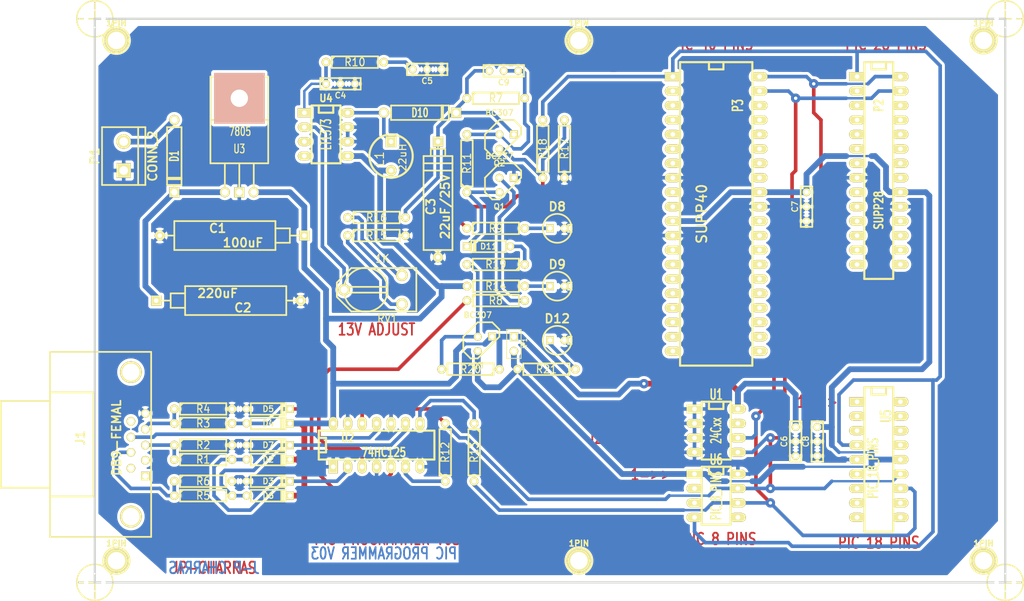
<source format=kicad_pcb>
(kicad_pcb (version 20221018) (generator pcbnew)
  (title_block (title "SERIAL PIC PROGRAMMER"))
  (layers (0 "F.Cu" signal "Composant") (31 "B.Cu" signal "Cuivre") (34 "B.Paste" user) (35 "F.Paste" user) (36 "B.SilkS" user) (37 "F.SilkS" user) (38 "B.Mask" user) (39 "F.Mask" user) (44 "Edge.Cuts" user))
  (net 0 "")
  (net 1 "/CTS")
  (net 2 "/DTR")
  (net 3 "/PC-CLOCK-OUT")
  (net 4 "/TXD")
  (net 5 "/pic_sockets.sch/CLOCK-RB6")
  (net 6 "/pic_sockets.sch/DATA-RB7")
  (net 7 "/pic_sockets.sch/VCC_PIC")
  (net 8 "/pic_sockets.sch/VPP-MCLR")
  (net 9 "GND")
  (net 10 "Net-(C2-Pad1)")
  (net 11 "Net-(C4-Pad1)")
  (net 12 "Net-(C5-Pad1)")
  (net 13 "Net-(C9-Pad2)")
  (net 14 "Net-(D1-Pad1)")
  (net 15 "Net-(D10-Pad1)")
  (net 16 "Net-(D11-Pad1)")
  (net 17 "Net-(D11-Pad2)")
  (net 18 "Net-(D12-Pad1)")
  (net 19 "Net-(D2-Pad1)")
  (net 20 "Net-(D4-Pad1)")
  (net 21 "Net-(D6-Pad1)")
  (net 22 "Net-(D8-Pad1)")
  (net 23 "Net-(D9-Pad1)")
  (net 24 "Net-(Q1-Pad2)")
  (net 25 "Net-(Q2-Pad3)")
  (net 26 "Net-(Q3-Pad2)")
  (net 27 "Net-(R12-Pad1)")
  (net 28 "Net-(R13-Pad1)")
  (net 29 "Net-(R15-Pad1)")
  (net 30 "Net-(R16-Pad1)")
  (net 31 "Net-(R8-Pad1)")
  (net 32 "Net-(RV1-Pad2)")
  (net 33 "VCC")
  (net 34 "VPP")
  (footprint "DB9FC" (layer "F.Cu") (at 81.28 115.57 90)
    (fp_text reference "J1")
    (fp_text value "DB9-FEMAL")
  )
  (footprint "R4" (layer "F.Cu") (at 92.71 118.11)
    (fp_text reference "R1")
    (fp_text value "10K" hide)
  )
  (footprint "R4" (layer "F.Cu") (at 92.71 115.57)
    (fp_text reference "R2")
    (fp_text value "10K" hide)
  )
  (footprint "D3" (layer "F.Cu") (at 104.14 118.11)
    (fp_text reference "D2")
    (fp_text value "BAT43" hide)
  )
  (footprint "D3" (layer "F.Cu") (at 104.14 121.92)
    (fp_text reference "D3")
    (fp_text value "BAT43" hide)
  )
  (footprint "R4" (layer "F.Cu") (at 92.71 111.76)
    (fp_text reference "R3")
    (fp_text value "10K" hide)
  )
  (footprint "R4" (layer "F.Cu") (at 92.71 109.22)
    (fp_text reference "R4")
    (fp_text value "10K" hide)
  )
  (footprint "D3" (layer "F.Cu") (at 104.14 111.76)
    (fp_text reference "D4")
    (fp_text value "BAT43" hide)
  )
  (footprint "D3" (layer "F.Cu") (at 104.14 109.22)
    (fp_text reference "D5")
    (fp_text value "BAT43" hide)
  )
  (footprint "R4" (layer "F.Cu") (at 92.71 124.46)
    (fp_text reference "R5")
    (fp_text value "10K" hide)
  )
  (footprint "R4" (layer "F.Cu") (at 92.71 121.92)
    (fp_text reference "R6")
    (fp_text value "10K" hide)
  )
  (footprint "D3" (layer "F.Cu") (at 104.14 124.46)
    (fp_text reference "D6")
    (fp_text value "BAT43" hide)
  )
  (footprint "D3" (layer "F.Cu") (at 104.14 115.57)
    (fp_text reference "D7")
    (fp_text value "BAT43" hide)
  )
  (footprint "14DIP-ELL300" (layer "F.Cu") (at 123.19 115.57)
    (fp_text reference "U2")
    (fp_text value "74HC125")
  )
  (footprint "R4" (layer "F.Cu") (at 135.255 116.84 90)
    (fp_text reference "R12")
    (fp_text value "470" hide)
  )
  (footprint "R4" (layer "F.Cu") (at 140.335 116.84 -90)
    (fp_text reference "R13")
    (fp_text value "470" hide)
  )
  (footprint "R4" (layer "F.Cu") (at 144.145 90.17)
    (fp_text reference "R8")
    (fp_text value "1K" hide)
  )
  (footprint "TO92" (layer "F.Cu") (at 146.05 69.85)
    (fp_text reference "Q1")
    (fp_text value "BC237")
  )
  (footprint "R4" (layer "F.Cu") (at 139.065 66.04 90)
    (fp_text reference "R11")
    (fp_text value "22K" hide)
  )
  (footprint "R4" (layer "F.Cu") (at 144.145 54.61)
    (fp_text reference "R7")
    (fp_text value "10K" hide)
  )
  (footprint "TO92" (layer "F.Cu") (at 146.05 62.23)
    (fp_text reference "Q2")
    (fp_text value "BC307")
  )
  (footprint "R4" (layer "F.Cu") (at 144.145 77.47)
    (fp_text reference "R9")
    (fp_text value "2.2K" hide)
  )
  (footprint "LEDV" (layer "F.Cu") (at 154.94 77.47)
    (fp_text reference "D8")
    (fp_text value "RED-LED" hide)
  )
  (footprint "bornier2" (layer "F.Cu") (at 78.74 64.77 90)
    (fp_text reference "P1")
    (fp_text value "CONN_2")
  )
  (footprint "D5" (layer "F.Cu") (at 87.63 64.77 -90)
    (fp_text reference "D1")
    (fp_text value "1N4004" hide)
  )
  (footprint "CP10" (layer "F.Cu") (at 97.155 90.17)
    (fp_text reference "C2")
    (fp_text value "220uF")
  )
  (footprint "LM78XX" (layer "F.Cu") (at 99.06 71.12 90)
    (fp_text reference "U3")
    (fp_text value "7805")
  )
  (footprint "CP10" (layer "F.Cu") (at 97.79 78.74 180)
    (fp_text reference "C1")
    (fp_text value "100uF")
  )
  (footprint "R4" (layer "F.Cu") (at 144.145 87.63)
    (fp_text reference "R14")
    (fp_text value "470" hide)
  )
  (footprint "LEDV" (layer "F.Cu") (at 154.94 87.63)
    (fp_text reference "D9")
    (fp_text value "GREEN-LED" hide)
  )
  (footprint "R4" (layer "F.Cu") (at 156.21 63.5 -90)
    (fp_text reference "R17")
    (fp_text value "22K" hide)
  )
  (footprint "INDUCTOR_V" (layer "F.Cu") (at 125.73 64.77 -90)
    (fp_text reference "L1")
    (fp_text value "22uH")
  )
  (footprint "CP8" (layer "F.Cu") (at 133.985 72.39 -90)
    (fp_text reference "C3")
    (fp_text value "22uF/25V")
  )
  (footprint "C1-1" (layer "F.Cu") (at 132.08 49.53)
    (fp_text reference "C5")
    (fp_text value "10nF" hide)
  )
  (footprint "R4" (layer "F.Cu") (at 123.19 78.74)
    (fp_text reference "R15")
    (fp_text value "6.2K" hide)
  )
  (footprint "R4" (layer "F.Cu") (at 123.19 75.565)
    (fp_text reference "R16")
    (fp_text value "62K" hide)
  )
  (footprint "8DIP-ELL300" (layer "F.Cu") (at 114.3 60.96 -90)
    (fp_text reference "U4")
    (fp_text value "LT1373")
  )
  (footprint "C1-1" (layer "F.Cu") (at 116.84 52.07)
    (fp_text reference "C4")
    (fp_text value "0" hide)
  )
  (footprint "R4" (layer "F.Cu") (at 119.38 48.26)
    (fp_text reference "R10")
    (fp_text value "5,1K" hide)
  )
  (footprint "D5" (layer "F.Cu") (at 130.81 57.15)
    (fp_text reference "D10")
    (fp_text value "SCHOTTKY" hide)
  )
  (footprint "8DIP-ELL300" (layer "F.Cu") (at 182.88 124.46 -90)
    (fp_text reference "U6")
    (fp_text value "PIC_8_PINS")
  )
  (footprint "18DIP-ELL300" (layer "F.Cu") (at 211.455 118.11 -90)
    (fp_text reference "U5")
    (fp_text value "PIC_18_PINS")
  )
  (footprint "8DIP-ELL300" (layer "F.Cu") (at 182.88 113.03 -90)
    (fp_text reference "U1")
    (fp_text value "24Cxx")
  )
  (footprint "40DIP-ELL600" (layer "F.Cu") (at 182.88 74.93 -90)
    (fp_text reference "P3")
    (fp_text value "SUPP40")
  )
  (footprint "1pin" (layer "F.Cu") (at 229.87 44.45)
    (fp_text reference "1PIN")
    (fp_text value "P***" hide)
  )
  (footprint "1pin" (layer "F.Cu") (at 229.87 135.89)
    (fp_text reference "1PIN")
    (fp_text value "P***" hide)
  )
  (footprint "1pin" (layer "F.Cu") (at 77.47 44.45)
    (fp_text reference "1PIN")
    (fp_text value "P***" hide)
  )
  (footprint "1pin" (layer "F.Cu") (at 77.47 135.89)
    (fp_text reference "1PIN")
    (fp_text value "P***" hide)
  )
  (footprint "1pin" (layer "F.Cu") (at 158.75 135.89)
    (fp_text reference "1PIN")
    (fp_text value "P***" hide)
  )
  (footprint "1pin" (layer "F.Cu") (at 158.75 44.45)
    (fp_text reference "1PIN")
    (fp_text value "P***" hide)
  )
  (footprint "C1-1" (layer "F.Cu") (at 196.85 114.935 -90)
    (fp_text reference "C6")
    (fp_text value "100nF" hide)
  )
  (footprint "C1-1" (layer "F.Cu") (at 198.755 73.66 -90)
    (fp_text reference "C7")
    (fp_text value "100nF" hide)
  )
  (footprint "MIRE" (layer "F.Cu") (at 233.68 40.64)
    (fp_text reference "MIRE" hide)
    (fp_text value "*" hide)
  )
  (footprint "MIRE" (layer "F.Cu") (at 73.66 40.64)
    (fp_text reference "MIRE" hide)
    (fp_text value "*" hide)
  )
  (footprint "MIRE" (layer "F.Cu") (at 73.66 139.7)
    (fp_text reference "MIRE" hide)
    (fp_text value "*" hide)
  )
  (footprint "MIRE" (layer "F.Cu") (at 233.68 139.7)
    (fp_text reference "MIRE" hide)
    (fp_text value "*" hide)
  )
  (footprint "R4" (layer "F.Cu") (at 152.4 63.5 90)
    (fp_text reference "R18")
    (fp_text value "220" hide)
  )
  (footprint "28DIP-ELL300" (layer "F.Cu") (at 211.455 67.31 -90)
    (fp_text reference "P2")
    (fp_text value "SUPP28")
  )
  (footprint "RV2X4" (layer "F.Cu") (at 122.555 88.265 180)
    (fp_text reference "RV1")
    (fp_text value "1K")
  )
  (footprint "TO92" (layer "F.Cu") (at 142.24 97.79)
    (fp_text reference "Q3")
    (fp_text value "BC307")
  )
  (footprint "R4" (layer "F.Cu") (at 144.145 83.82 180)
    (fp_text reference "R19")
    (fp_text value "2.2K" hide)
  )
  (footprint "R4" (layer "F.Cu") (at 139.7 102.235 180)
    (fp_text reference "R20")
    (fp_text value "2.2K" hide)
  )
  (footprint "R4" (layer "F.Cu") (at 153.035 102.235 180)
    (fp_text reference "R21")
    (fp_text value "470" hide)
  )
  (footprint "LEDV" (layer "F.Cu") (at 154.94 97.155)
    (fp_text reference "D12")
    (fp_text value "YELLOW-LED" hide)
  )
  (footprint "D3" (layer "F.Cu") (at 142.875 80.645 180)
    (fp_text reference "D11")
    (fp_text value "BAT43" hide)
  )
  (footprint "PIN_ARRAY_2X1" (layer "F.Cu") (at 147.32 97.79 -90)
    (fp_text reference "JP1")
    (fp_text value "JUMPER" hide)
  )
  (footprint "C1-1" (layer "F.Cu") (at 200.66 114.935 -90)
    (fp_text reference "C8")
    (fp_text value "100nF" hide)
  )
  (footprint "C1-1" (layer "F.Cu") (at 145.542 49.784)
    (fp_text reference "C9")
    (fp_text value "22OnF" hide)
  )
  (gr_line (start 73.66 40.64) (end 173.99 40.64) (stroke (width 0.381)) (layer "Edge.Cuts"))
  (gr_line (start 233.68 40.64) (end 233.68 139.7) (stroke (width 0.381)) (layer "Edge.Cuts"))
  (gr_line (start 73.66 139.7) (end 73.66 40.64) (stroke (width 0.381)) (layer "Edge.Cuts"))
  (gr_line (start 233.68 139.7) (end 73.66 139.7) (stroke (width 0.381)) (layer "Edge.Cuts"))
  (gr_line (start 173.99 40.64) (end 233.68 40.64) (stroke (width 0.381)) (layer "Edge.Cuts"))
  (gr_text "PIC 18 PINS" (at 211.455 132.715) (layer "F.Cu") (effects (font (size 2.032 1.524) (thickness 0.3048))))
  (gr_text "VPP ON" (at 163.195 80.645) (layer "F.Cu") (effects (font (size 2.032 1.524) (thickness 0.3048))))
  (gr_text "1=>>" (at 167.64 48.895) (layer "F.Cu") (effects (font (size 2.032 1.524) (thickness 0.3048))))
  (gr_text "PIC 28 PINS" (at 212.725 45.085) (layer "F.Cu") (effects (font (size 2.032 1.524) (thickness 0.3048))))
  (gr_text "1=>>" (at 200.66 107.95) (layer "F.Cu") (effects (font (size 2.032 1.524) (thickness 0.3048))))
  (gr_text "1=>>" (at 171.45 109.22) (layer "F.Cu") (effects (font (size 2.032 1.524) (thickness 0.3048))))
  (gr_text "VCC ON" (at 163.83 98.425) (layer "F.Cu") (effects (font (size 2.032 1.524) (thickness 0.3048))))
  (gr_text "PIC 40 PINS" (at 182.245 45.085) (layer "F.Cu") (effects (font (size 2.032 1.524) (thickness 0.3048))))
  (gr_text "PIC PROGRAMMER V03" (at 125.095 132.08) (layer "F.Cu") (effects (font (size 2.032 1.524) (thickness 0.3048))))
  (gr_text "JP-CHARRAS" (at 94.615 137.16) (layer "F.Cu") (effects (font (size 2.032 1.524) (thickness 0.3048))))
  (gr_text "1=>>" (at 171.45 120.65) (layer "F.Cu") (effects (font (size 2.032 1.524) (thickness 0.3048))))
  (gr_text "+8/12V" (at 80.01 57.15) (layer "F.Cu") (effects (font (size 2.032 1.524) (thickness 0.3048))))
  (gr_text "PIC 8 PINS" (at 183.515 132.08) (layer "F.Cu") (effects (font (size 2.032 1.524) (thickness 0.3048))))
  (gr_text "13V ADJUST" (at 123.19 95.25) (layer "F.Cu") (effects (font (size 2.032 1.524) (thickness 0.3048))))
  (gr_text "1=>>" (at 201.295 48.895) (layer "F.Cu") (effects (font (size 2.032 1.524) (thickness 0.3048))))
  (gr_text "PWR ON" (at 163.83 88.9) (layer "F.Cu") (effects (font (size 2.032 1.524) (thickness 0.3048))))
  (gr_text "I2C PROM" (at 166.37 114.3) (layer "F.Cu") (effects (font (size 2.032 1.524) (thickness 0.3048))))
  (gr_text "J-P CHARRAS" (at 94.615 137.16) (layer "B.Cu") (effects (font (size 2.032 1.524) (thickness 0.3048)) (justify mirror)))
  (gr_text "PIC PROGRAMMER V03" (at 124.46 134.62) (layer "B.Cu") (effects (font (size 2.032 1.524) (thickness 0.3048)) (justify mirror)))
  (segment (start 121.92 114.3) (end 123.19 113.03) (width 0.635) (layer "B.Cu") (net 1))
  (segment (start 83.947 114.173) (end 84.455 113.665) (width 0.635) (layer "B.Cu") (net 1))
  (segment (start 112.395 113.665) (end 113.03 114.3) (width 0.635) (layer "B.Cu") (net 1))
  (segment (start 84.455 113.665) (end 112.395 113.665) (width 0.635) (layer "B.Cu") (net 1))
  (segment (start 123.19 113.03) (end 123.19 111.76) (width 0.635) (layer "B.Cu") (net 1))
  (segment (start 80.01 114.173) (end 83.947 114.173) (width 0.635) (layer "B.Cu") (net 1))
  (segment (start 113.03 114.3) (end 121.92 114.3) (width 0.635) (layer "B.Cu") (net 1))
  (segment (start 82.55 112.776) (end 82.55 112.395) (width 0.635) (layer "B.Cu") (net 2))
  (segment (start 82.55 112.395) (end 83.185 111.76) (width 0.635) (layer "B.Cu") (net 2))
  (segment (start 83.185 111.76) (end 87.63 111.76) (width 0.635) (layer "B.Cu") (net 2))
  (segment (start 87.63 111.76) (end 87.63 109.22) (width 0.635) (layer "B.Cu") (net 2))
  (segment (start 85.09 123.19) (end 86.36 124.46) (width 0.635) (layer "B.Cu") (net 3))
  (segment (start 80.01 116.84) (end 78.105 116.84) (width 0.635) (layer "B.Cu") (net 3))
  (segment (start 87.63 124.46) (end 87.63 121.92) (width 0.635) (layer "B.Cu") (net 3))
  (segment (start 86.36 124.46) (end 87.63 124.46) (width 0.635) (layer "B.Cu") (net 3))
  (segment (start 78.105 116.84) (end 77.47 117.475) (width 0.635) (layer "B.Cu") (net 3))
  (segment (start 77.47 120.65) (end 80.01 123.19) (width 0.635) (layer "B.Cu") (net 3))
  (segment (start 77.47 117.475) (end 77.47 120.65) (width 0.635) (layer "B.Cu") (net 3))
  (segment (start 80.01 123.19) (end 85.09 123.19) (width 0.635) (layer "B.Cu") (net 3))
  (segment (start 87.63 115.57) (end 82.55 115.57) (width 0.635) (layer "B.Cu") (net 4))
  (segment (start 87.63 118.11) (end 87.63 115.57) (width 0.635) (layer "B.Cu") (net 4))
  (segment (start 196.85 67.31) (end 196.85 54.61) (width 0.635) (layer "F.Cu") (net 5))
  (segment (start 189.865 123.19) (end 192.405 125.73) (width 0.635) (layer "F.Cu") (net 5))
  (segment (start 196.215 72.39) (end 196.215 67.945) (width 0.635) (layer "F.Cu") (net 5))
  (segment (start 196.215 67.945) (end 196.85 67.31) (width 0.635) (layer "F.Cu") (net 5))
  (segment (start 193.04 75.565) (end 196.215 72.39) (width 0.635) (layer "F.Cu") (net 5))
  (segment (start 189.865 110.49) (end 189.865 123.19) (width 0.635) (layer "F.Cu") (net 5))
  (segment (start 193.04 107.315) (end 189.865 110.49) (width 0.635) (layer "F.Cu") (net 5))
  (segment (start 193.04 107.315) (end 193.04 75.565) (width 0.635) (layer "F.Cu") (net 5))
  (via (at 189.865 110.49) (size 1.651) (drill 0.6) (layers "F.Cu" "B.Cu") (net 5))
  (via (at 192.405 125.73) (size 1.651) (drill 0.6) (layers "F.Cu" "B.Cu") (net 5))
  (via (at 196.85 54.61) (size 1.651) (drill 0.6) (layers "F.Cu" "B.Cu") (net 5))
  (segment (start 182.245 125.73) (end 186.69 125.73) (width 0.635) (layer "B.Cu") (net 5))
  (segment (start 216.535 131.445) (end 217.805 130.175) (width 0.635) (layer "B.Cu") (net 5))
  (segment (start 196.85 54.61) (end 205.74 54.61) (width 0.635) (layer "B.Cu") (net 5))
  (segment (start 182.245 125.73) (end 180.975 127) (width 0.635) (layer "B.Cu") (net 5))
  (segment (start 195.58 53.34) (end 196.85 54.61) (width 0.635) (layer "B.Cu") (net 5))
  (segment (start 190.5 53.34) (end 195.58 53.34) (width 0.635) (layer "B.Cu") (net 5))
  (segment (start 211.455 53.34) (end 215.265 53.34) (width 0.635) (layer "B.Cu") (net 5))
  (segment (start 189.23 114.3) (end 186.69 114.3) (width 0.635) (layer "B.Cu") (net 5))
  (segment (start 211.455 53.34) (end 210.185 54.61) (width 0.635) (layer "B.Cu") (net 5))
  (segment (start 205.74 54.61) (end 208.915 54.61) (width 0.4318) (layer "B.Cu") (net 5))
  (segment (start 177.165 127) (end 180.975 127) (width 0.4318) (layer "B.Cu") (net 5))
  (segment (start 217.17 123.19) (end 215.265 123.19) (width 0.635) (layer "B.Cu") (net 5))
  (segment (start 210.185 54.61) (end 208.915 54.61) (width 0.635) (layer "B.Cu") (net 5))
  (segment (start 217.805 130.175) (end 217.805 123.825) (width 0.635) (layer "B.Cu") (net 5))
  (segment (start 198.12 131.445) (end 216.535 131.445) (width 0.635) (layer "B.Cu") (net 5))
  (segment (start 140.335 121.92) (end 140.335 122.555) (width 0.635) (layer "B.Cu") (net 5))
  (segment (start 189.865 110.49) (end 189.865 113.665) (width 0.635) (layer "B.Cu") (net 5))
  (segment (start 186.69 125.73) (end 192.405 125.73) (width 0.635) (layer "B.Cu") (net 5))
  (segment (start 217.805 123.825) (end 217.17 123.19) (width 0.635) (layer "B.Cu") (net 5))
  (segment (start 189.865 113.665) (end 189.23 114.3) (width 0.635) (layer "B.Cu") (net 5))
  (segment (start 144.78 127) (end 177.165 127) (width 0.635) (layer "B.Cu") (net 5))
  (segment (start 140.335 122.555) (end 144.78 127) (width 0.635) (layer "B.Cu") (net 5))
  (segment (start 192.405 125.73) (end 198.12 131.445) (width 0.635) (layer "B.Cu") (net 5))
  (segment (start 121.285 109.22) (end 132.715 109.22) (width 0.635) (layer "F.Cu") (net 6))
  (segment (start 194.945 91.44) (end 194.945 113.665) (width 0.635) (layer "F.Cu") (net 6))
  (segment (start 200.025 57.15) (end 200.025 52.07) (width 0.635) (layer "F.Cu") (net 6))
  (segment (start 201.295 58.42) (end 201.295 85.09) (width 0.635) (layer "F.Cu") (net 6))
  (segment (start 200.025 57.15) (end 201.295 58.42) (width 0.635) (layer "F.Cu") (net 6))
  (segment (start 120.65 109.855) (end 121.285 109.22) (width 0.635) (layer "F.Cu") (net 6))
  (segment (start 132.715 109.22) (end 135.255 111.76) (width 0.635) (layer "F.Cu") (net 6))
  (segment (start 194.31 114.3) (end 192.405 114.3) (width 0.635) (layer "F.Cu") (net 6))
  (segment (start 201.295 85.09) (end 194.945 91.44) (width 0.635) (layer "F.Cu") (net 6))
  (segment (start 120.65 111.76) (end 120.65 109.855) (width 0.635) (layer "F.Cu") (net 6))
  (segment (start 194.945 113.665) (end 194.31 114.3) (width 0.635) (layer "F.Cu") (net 6))
  (segment (start 192.405 114.3) (end 192.405 123.19) (width 0.635) (layer "F.Cu") (net 6))
  (via (at 200.025 52.07) (size 1.651) (drill 0.6) (layers "F.Cu" "B.Cu") (net 6))
  (via (at 192.405 114.3) (size 1.651) (drill 0.6) (layers "F.Cu" "B.Cu") (net 6))
  (via (at 192.405 123.19) (size 1.651) (drill 0.6) (layers "F.Cu" "B.Cu") (net 6))
  (segment (start 139.065 114.3) (end 149.86 125.095) (width 0.635) (layer "B.Cu") (net 6))
  (segment (start 173.99 125.095) (end 174.625 124.46) (width 0.635) (layer "B.Cu") (net 6))
  (segment (start 201.93 123.19) (end 203.2 121.92) (width 0.635) (layer "B.Cu") (net 6))
  (segment (start 189.23 116.84) (end 186.69 116.84) (width 0.635) (layer "B.Cu") (net 6))
  (segment (start 174.625 124.46) (end 181.61 124.46) (width 0.4318) (layer "B.Cu") (net 6))
  (segment (start 186.69 123.19) (end 192.405 123.19) (width 0.635) (layer "B.Cu") (net 6))
  (segment (start 190.5 50.8) (end 198.755 50.8) (width 0.635) (layer "B.Cu") (net 6))
  (segment (start 137.795 114.3) (end 139.065 114.3) (width 0.635) (layer "B.Cu") (net 6))
  (segment (start 192.405 114.3) (end 191.77 114.3) (width 0.635) (layer "B.Cu") (net 6))
  (segment (start 200.025 52.07) (end 205.74 52.07) (width 0.635) (layer "B.Cu") (net 6))
  (segment (start 209.55 52.07) (end 210.82 50.8) (width 0.635) (layer "B.Cu") (net 6))
  (segment (start 198.755 50.8) (end 200.025 52.07) (width 0.635) (layer "B.Cu") (net 6))
  (segment (start 213.995 121.92) (end 215.265 120.65) (width 0.4) (layer "B.Cu") (net 6))
  (segment (start 205.74 52.07) (end 209.55 52.07) (width 0.4318) (layer "B.Cu") (net 6))
  (segment (start 215.265 50.8) (end 210.82 50.8) (width 0.635) (layer "B.Cu") (net 6))
  (segment (start 135.255 111.76) (end 137.795 114.3) (width 0.635) (layer "B.Cu") (net 6))
  (segment (start 192.405 123.19) (end 201.93 123.19) (width 0.635) (layer "B.Cu") (net 6))
  (segment (start 182.88 123.19) (end 186.69 123.19) (width 0.635) (layer "B.Cu") (net 6))
  (segment (start 181.61 124.46) (end 182.88 123.19) (width 0.635) (layer "B.Cu") (net 6))
  (segment (start 203.2 121.92) (end 213.995 121.92) (width 0.4) (layer "B.Cu") (net 6))
  (segment (start 149.86 125.095) (end 173.99 125.095) (width 0.635) (layer "B.Cu") (net 6))
  (segment (start 191.77 114.3) (end 189.23 116.84) (width 0.635) (layer "B.Cu") (net 6))
  (segment (start 184.7 121.92) (end 189.23 121.92) (width 0.4) (layer "B.Cu") (net 7))
  (segment (start 204.47 116.84) (end 210.185 116.84) (width 0.4) (layer "B.Cu") (net 7))
  (segment (start 220.345 100.965) (end 220.345 71.755) (width 1.016) (layer "B.Cu") (net 7))
  (segment (start 205.74 64.77) (end 210.185 64.77) (width 0.4) (layer "B.Cu") (net 7))
  (segment (start 210.82 64.77) (end 212.725 66.675) (width 1.016) (layer "B.Cu") (net 7))
  (segment (start 140.97 104.14) (end 142.24 105.41) (width 1.016) (layer "B.Cu") (net 7))
  (segment (start 142.24 105.41) (end 144.78 105.41) (width 1.016) (layer "B.Cu") (net 7))
  (segment (start 144.78 105.41) (end 147.955 102.235) (width 1.016) (layer "B.Cu") (net 7))
  (segment (start 147.32 99.06) (end 147.32 101.6) (width 1.016) (layer "B.Cu") (net 7))
  (segment (start 140.97 99.06) (end 140.97 104.14) (width 1.016) (layer "B.Cu") (net 7))
  (segment (start 190.5 121.92) (end 193.04 119.38) (width 1.016) (layer "B.Cu") (net 7))
  (segment (start 203.2 115.57) (end 204.47 116.84) (width 0.635) (layer "B.Cu") (net 7))
  (segment (start 147.32 101.6) (end 147.955 102.235) (width 1.016) (layer "B.Cu") (net 7))
  (segment (start 182.245 121.92) (end 184.7 121.92) (width 1) (layer "B.Cu") (net 7))
  (segment (start 212.725 66.675) (end 212.725 70.485) (width 1.016) (layer "B.Cu") (net 7))
  (segment (start 166.37 120.65) (end 147.955 102.235) (width 1.016) (layer "B.Cu") (net 7))
  (segment (start 203.2 112.395) (end 203.2 115.57) (width 1.016) (layer "B.Cu") (net 7))
  (segment (start 212.725 70.485) (end 213.36 71.12) (width 1.016) (layer "B.Cu") (net 7))
  (segment (start 190.5 71.12) (end 198.755 71.12) (width 1.016) (layer "B.Cu") (net 7))
  (segment (start 220.345 71.755) (end 219.71 71.12) (width 1.016) (layer "B.Cu") (net 7))
  (segment (start 175.26 76.2) (end 180.34 76.2) (width 1.016) (layer "B.Cu") (net 7))
  (segment (start 198.12 119.38) (end 210.185 119.38) (width 0.4) (layer "B.Cu") (net 7))
  (segment (start 210.185 118.11) (end 210.185 116.84) (width 1.016) (layer "B.Cu") (net 7))
  (segment (start 180.975 120.65) (end 182.245 121.92) (width 1.016) (layer "B.Cu") (net 7))
  (segment (start 213.36 71.12) (end 215.265 71.12) (width 1.016) (layer "B.Cu") (net 7))
  (segment (start 198.755 67.945) (end 201.93 64.77) (width 1.016) (layer "B.Cu") (net 7))
  (segment (start 180.34 76.2) (end 185.42 71.12) (width 1.016) (layer "B.Cu") (net 7))
  (segment (start 201.93 64.77) (end 205.74 64.77) (width 1.016) (layer "B.Cu") (net 7))
  (segment (start 210.185 64.77) (end 210.82 64.77) (width 1.016) (layer "B.Cu") (net 7))
  (segment (start 219.71 71.12) (end 215.265 71.12) (width 1.016) (layer "B.Cu") (net 7))
  (segment (start 200.66 112.395) (end 203.2 112.395) (width 1.016) (layer "B.Cu") (net 7))
  (segment (start 210.185 118.11) (end 215.265 118.11) (width 1.016) (layer "B.Cu") (net 7))
  (segment (start 203.2 105.41) (end 203.2 112.395) (width 1.016) (layer "B.Cu") (net 7))
  (segment (start 198.755 71.12) (end 198.755 67.945) (width 1.016) (layer "B.Cu") (net 7))
  (segment (start 185.42 71.12) (end 190.5 71.12) (width 1.016) (layer "B.Cu") (net 7))
  (segment (start 219.075 102.235) (end 220.345 100.965) (width 1.016) (layer "B.Cu") (net 7))
  (segment (start 203.2 105.41) (end 206.375 102.235) (width 1.016) (layer "B.Cu") (net 7))
  (segment (start 179.07 120.65) (end 166.37 120.65) (width 1.016) (layer "B.Cu") (net 7))
  (segment (start 206.375 102.235) (end 219.075 102.235) (width 1.016) (layer "B.Cu") (net 7))
  (segment (start 189.23 121.92) (end 190.5 121.92) (width 1.016) (layer "B.Cu") (net 7))
  (segment (start 210.185 119.38) (end 210.185 118.11) (width 1.016) (layer "B.Cu") (net 7))
  (segment (start 193.04 119.38) (end 198.12 119.38) (width 1.016) (layer "B.Cu") (net 7))
  (segment (start 179.07 120.65) (end 180.975 120.65) (width 1.016) (layer "B.Cu") (net 7))
  (segment (start 204.47 114.935) (end 204.47 106.68) (width 0.635) (layer "B.Cu") (net 8))
  (segment (start 156.845 50.8) (end 152.4 55.245) (width 0.635) (layer "B.Cu") (net 8))
  (segment (start 221.615 104.14) (end 220.98 104.14) (width 0.635) (layer "B.Cu") (net 8))
  (segment (start 205.105 115.57) (end 204.47 114.935) (width 0.635) (layer "B.Cu") (net 8))
  (segment (start 156.845 50.8) (end 175.26 50.8) (width 0.635) (layer "B.Cu") (net 8))
  (segment (start 207.645 115.57) (end 205.105 115.57) (width 0.635) (layer "B.Cu") (net 8))
  (segment (start 207.645 46.355) (end 176.53 46.355) (width 0.635) (layer "B.Cu") (net 8))
  (segment (start 220.98 130.81) (end 220.98 104.14) (width 0.635) (layer "B.Cu") (net 8))
  (segment (start 221.615 104.14) (end 222.25 103.505) (width 0.635) (layer "B.Cu") (net 8))
  (segment (start 196.215 133.35) (end 218.44 133.35) (width 0.635) (layer "B.Cu") (net 8))
  (segment (start 152.4 55.245) (end 152.4 58.42) (width 0.635) (layer "B.Cu") (net 8))
  (segment (start 207.01 104.14) (end 220.98 104.14) (width 0.635) (layer "B.Cu") (net 8))
  (segment (start 204.47 106.68) (end 207.01 104.14) (width 0.635) (layer "B.Cu") (net 8))
  (segment (start 222.25 48.895) (end 219.71 46.355) (width 0.635) (layer "B.Cu") (net 8))
  (segment (start 207.645 50.8) (end 207.645 46.355) (width 0.635) (layer "B.Cu") (net 8))
  (segment (start 222.25 48.895) (end 222.25 103.505) (width 0.635) (layer "B.Cu") (net 8))
  (segment (start 218.44 133.35) (end 220.98 130.81) (width 0.635) (layer "B.Cu") (net 8))
  (segment (start 219.71 46.355) (end 207.645 46.355) (width 0.635) (layer "B.Cu") (net 8))
  (segment (start 179.07 130.81) (end 179.07 128.27) (width 0.635) (layer "B.Cu") (net 8))
  (segment (start 195.58 132.715) (end 180.975 132.715) (width 0.635) (layer "B.Cu") (net 8))
  (segment (start 175.26 47.625) (end 176.53 46.355) (width 0.635) (layer "B.Cu") (net 8))
  (segment (start 179.07 130.81) (end 180.975 132.715) (width 0.635) (layer "B.Cu") (net 8))
  (segment (start 195.58 132.715) (end 196.215 133.35) (width 0.635) (layer "B.Cu") (net 8))
  (segment (start 175.26 50.8) (end 175.26 47.625) (width 0.635) (layer "B.Cu") (net 8))
  (segment (start 87.63 71.12) (end 96.52 71.12) (width 1.016) (layer "B.Cu") (net 10))
  (segment (start 82.55 76.2) (end 87.63 71.12) (width 1.016) (layer "B.Cu") (net 10))
  (segment (start 82.55 87.63) (end 82.55 76.2) (width 1.016) (layer "B.Cu") (net 10))
  (segment (start 84.455 90.17) (end 84.455 89.535) (width 1.016) (layer "B.Cu") (net 10))
  (segment (start 84.455 89.535) (end 82.55 87.63) (width 1.016) (layer "B.Cu") (net 10))
  (segment (start 110.49 53.34) (end 111.76 52.07) (width 0.4318) (layer "B.Cu") (net 11))
  (segment (start 111.76 52.07) (end 114.3 52.07) (width 0.4318) (layer "B.Cu") (net 11))
  (segment (start 110.49 57.15) (end 110.49 53.34) (width 0.4318) (layer "B.Cu") (net 11))
  (segment (start 114.3 48.26) (end 114.3 52.07) (width 0.635) (layer "B.Cu") (net 11))
  (segment (start 128.27 48.26) (end 129.54 49.53) (width 0.635) (layer "B.Cu") (net 12))
  (segment (start 124.46 48.26) (end 128.27 48.26) (width 0.635) (layer "B.Cu") (net 12))
  (segment (start 144.78 60.96) (end 139.065 60.96) (width 0.635) (layer "B.Cu") (net 13))
  (segment (start 149.86 59.69) (end 149.86 62.23) (width 0.635) (layer "B.Cu") (net 13))
  (segment (start 148.844 49.784) (end 149.225 50.165) (width 0.635) (layer "B.Cu") (net 13))
  (segment (start 149.86 62.23) (end 148.59 63.5) (width 0.635) (layer "B.Cu") (net 13))
  (segment (start 144.78 60.96) (end 147.32 63.5) (width 0.4318) (layer "B.Cu") (net 13))
  (segment (start 148.59 63.5) (end 147.32 63.5) (width 0.635) (layer "B.Cu") (net 13))
  (segment (start 149.225 54.61) (end 149.225 59.055) (width 0.635) (layer "B.Cu") (net 13))
  (segment (start 149.225 50.165) (end 149.225 54.61) (width 0.635) (layer "B.Cu") (net 13))
  (segment (start 148.082 49.784) (end 148.844 49.784) (width 0.635) (layer "B.Cu") (net 13))
  (segment (start 145.542 49.784) (end 148.082 49.784) (width 0.635) (layer "B.Cu") (net 13))
  (segment (start 149.225 59.055) (end 149.86 59.69) (width 0.635) (layer "B.Cu") (net 13))
  (segment (start 83.82 62.23) (end 87.63 58.42) (width 1.016) (layer "B.Cu") (net 14))
  (segment (start 78.74 62.23) (end 83.82 62.23) (width 1.016) (layer "B.Cu") (net 14))
  (segment (start 118.11 57.15) (end 124.46 57.15) (width 0.635) (layer "B.Cu") (net 15))
  (segment (start 124.46 60.96) (end 125.73 62.23) (width 0.635) (layer "B.Cu") (net 15))
  (segment (start 124.46 57.15) (end 124.46 60.96) (width 0.635) (layer "B.Cu") (net 15))
  (segment (start 148.59 80.645) (end 149.225 81.28) (width 0.635) (layer "B.Cu") (net 16))
  (segment (start 146.685 80.645) (end 148.59 80.645) (width 0.635) (layer "B.Cu") (net 16))
  (segment (start 149.225 81.28) (end 149.225 83.82) (width 0.635) (layer "B.Cu") (net 16))
  (segment (start 141.605 78.105) (end 139.065 80.645) (width 0.635) (layer "B.Cu") (net 17))
  (segment (start 141.605 73.66) (end 141.605 78.105) (width 0.635) (layer "B.Cu") (net 17))
  (segment (start 139.065 71.12) (end 141.605 73.66) (width 0.635) (layer "B.Cu") (net 17))
  (segment (start 144.78 71.12) (end 139.065 71.12) (width 0.635) (layer "B.Cu") (net 17))
  (segment (start 153.67 97.79) (end 158.115 102.235) (width 0.635) (layer "B.Cu") (net 18))
  (segment (start 153.67 97.155) (end 153.67 97.79) (width 0.635) (layer "B.Cu") (net 18))
  (segment (start 97.155 127) (end 100.965 127) (width 0.635) (layer "B.Cu") (net 19))
  (segment (start 106.045 121.92) (end 107.95 121.92) (width 0.635) (layer "B.Cu") (net 19))
  (segment (start 94.615 119.38) (end 94.615 124.46) (width 0.635) (layer "B.Cu") (net 19))
  (segment (start 100.33 118.11) (end 97.79 118.11) (width 0.635) (layer "B.Cu") (net 19))
  (segment (start 97.79 118.11) (end 95.885 118.11) (width 0.635) (layer "B.Cu") (net 19))
  (segment (start 94.615 124.46) (end 97.155 127) (width 0.635) (layer "B.Cu") (net 19))
  (segment (start 118.11 120.015) (end 118.11 119.38) (width 0.635) (layer "B.Cu") (net 19))
  (segment (start 116.205 121.92) (end 118.11 120.015) (width 0.635) (layer "B.Cu") (net 19))
  (segment (start 107.95 121.92) (end 116.205 121.92) (width 0.635) (layer "B.Cu") (net 19))
  (segment (start 95.885 118.11) (end 94.615 119.38) (width 0.635) (layer "B.Cu") (net 19))
  (segment (start 100.965 127) (end 106.045 121.92) (width 0.635) (layer "B.Cu") (net 19))
  (segment (start 107.95 109.22) (end 111.125 109.22) (width 0.635) (layer "F.Cu") (net 20))
  (segment (start 125.73 120.65) (end 125.73 119.38) (width 0.635) (layer "F.Cu") (net 20))
  (segment (start 111.125 109.22) (end 111.76 109.855) (width 0.635) (layer "F.Cu") (net 20))
  (segment (start 115.57 123.19) (end 123.19 123.19) (width 0.635) (layer "F.Cu") (net 20))
  (segment (start 111.76 109.855) (end 111.76 119.38) (width 0.635) (layer "F.Cu") (net 20))
  (segment (start 123.19 123.19) (end 125.73 120.65) (width 0.635) (layer "F.Cu") (net 20))
  (segment (start 111.76 119.38) (end 115.57 123.19) (width 0.635) (layer "F.Cu") (net 20))
  (segment (start 100.33 111.76) (end 104.267 111.76) (width 0.635) (layer "B.Cu") (net 20))
  (segment (start 106.807 109.22) (end 104.267 111.76) (width 0.635) (layer "B.Cu") (net 20))
  (segment (start 107.95 109.22) (end 106.807 109.22) (width 0.635) (layer "B.Cu") (net 20))
  (segment (start 100.33 111.76) (end 97.79 111.76) (width 0.635) (layer "B.Cu") (net 20))
  (segment (start 95.885 120.65) (end 95.885 122.555) (width 0.635) (layer "B.Cu") (net 21))
  (segment (start 107.95 115.57) (end 125.73 115.57) (width 0.635) (layer "B.Cu") (net 21))
  (segment (start 128.27 111.76) (end 128.27 113.03) (width 0.635) (layer "B.Cu") (net 21))
  (segment (start 101.6 120.015) (end 106.045 115.57) (width 0.635) (layer "B.Cu") (net 21))
  (segment (start 96.52 120.015) (end 101.6 120.015) (width 0.635) (layer "B.Cu") (net 21))
  (segment (start 106.045 115.57) (end 107.95 115.57) (width 0.635) (layer "B.Cu") (net 21))
  (segment (start 100.33 124.46) (end 97.79 124.46) (width 0.635) (layer "B.Cu") (net 21))
  (segment (start 96.52 120.015) (end 95.885 120.65) (width 0.635) (layer "B.Cu") (net 21))
  (segment (start 128.27 113.03) (end 125.73 115.57) (width 0.635) (layer "B.Cu") (net 21))
  (segment (start 95.885 122.555) (end 97.79 124.46) (width 0.635) (layer "B.Cu") (net 21))
  (segment (start 153.67 77.47) (end 149.225 77.47) (width 0.635) (layer "B.Cu") (net 22))
  (segment (start 153.67 87.63) (end 149.225 87.63) (width 0.635) (layer "B.Cu") (net 23))
  (segment (start 147.32 71.12) (end 147.32 73.025) (width 0.635) (layer "B.Cu") (net 24))
  (segment (start 149.225 90.17) (end 146.685 90.17) (width 0.635) (layer "B.Cu") (net 24))
  (segment (start 147.32 73.025) (end 144.78 75.565) (width 0.635) (layer "B.Cu") (net 24))
  (segment (start 146.685 90.17) (end 144.78 88.265) (width 0.635) (layer "B.Cu") (net 24))
  (segment (start 144.78 68.58) (end 147.32 71.12) (width 0.635) (layer "B.Cu") (net 24))
  (segment (start 144.78 75.565) (end 144.78 88.265) (width 0.635) (layer "B.Cu") (net 24))
  (segment (start 137.795 74.93) (end 139.065 73.66) (width 0.635) (layer "F.Cu") (net 25))
  (segment (start 152.4 68.58) (end 152.4 69.85) (width 0.635) (layer "F.Cu") (net 25))
  (segment (start 150.495 71.755) (end 152.4 69.85) (width 0.635) (layer "F.Cu") (net 25))
  (segment (start 137.795 74.93) (end 137.795 76.2) (width 0.635) (layer "F.Cu") (net 25))
  (segment (start 139.065 73.66) (end 146.05 73.66) (width 0.635) (layer "F.Cu") (net 25))
  (segment (start 147.955 71.755) (end 150.495 71.755) (width 0.635) (layer "F.Cu") (net 25))
  (segment (start 137.795 76.2) (end 139.065 77.47) (width 0.635) (layer "F.Cu") (net 25))
  (segment (start 146.05 73.66) (end 147.955 71.755) (width 0.635) (layer "F.Cu") (net 25))
  (segment (start 156.21 61.595) (end 152.4 65.405) (width 0.635) (layer "B.Cu") (net 25))
  (segment (start 147.32 65.405) (end 149.225 65.405) (width 0.635) (layer "B.Cu") (net 25))
  (segment (start 149.225 65.405) (end 152.4 68.58) (width 0.635) (layer "B.Cu") (net 25))
  (segment (start 144.78 63.5) (end 145.415 63.5) (width 0.635) (layer "B.Cu") (net 25))
  (segment (start 156.21 58.42) (end 156.21 61.595) (width 0.635) (layer "B.Cu") (net 25))
  (segment (start 152.4 65.405) (end 152.4 68.58) (width 0.635) (layer "B.Cu") (net 25))
  (segment (start 145.415 63.5) (end 147.32 65.405) (width 0.635) (layer "B.Cu") (net 25))
  (segment (start 134.62 97.155) (end 134.62 102.235) (width 0.635) (layer "B.Cu") (net 26))
  (segment (start 140.97 85.09) (end 140.97 96.52) (width 0.635) (layer "B.Cu") (net 26))
  (segment (start 140.97 85.09) (end 139.7 83.82) (width 0.635) (layer "B.Cu") (net 26))
  (segment (start 139.7 83.82) (end 139.065 83.82) (width 0.635) (layer "B.Cu") (net 26))
  (segment (start 140.97 96.52) (end 135.255 96.52) (width 0.635) (layer "B.Cu") (net 26))
  (segment (start 135.255 96.52) (end 134.62 97.155) (width 0.635) (layer "B.Cu") (net 26))
  (segment (start 129.54 121.92) (end 135.255 121.92) (width 0.635) (layer "B.Cu") (net 27))
  (segment (start 128.27 119.38) (end 128.27 120.65) (width 0.635) (layer "B.Cu") (net 27))
  (segment (start 128.27 120.65) (end 129.54 121.92) (width 0.635) (layer "B.Cu") (net 27))
  (segment (start 138.4046 107.7468) (end 140.335 109.6772) (width 0.635) (layer "B.Cu") (net 28))
  (segment (start 132.6896 107.7468) (end 138.4046 107.7468) (width 0.635) (layer "B.Cu") (net 28))
  (segment (start 130.81 111.76) (end 130.81 109.6264) (width 0.635) (layer "B.Cu") (net 28))
  (segment (start 130.81 109.6264) (end 132.6896 107.7468) (width 0.635) (layer "B.Cu") (net 28))
  (segment (start 140.335 109.6772) (end 140.335 111.76) (width 0.635) (layer "B.Cu") (net 28))
  (segment (start 118.11 80.01) (end 124.46 86.36) (width 0.635) (layer "B.Cu") (net 29))
  (segment (start 125.73 90.805) (end 127.635 90.805) (width 0.635) (layer "B.Cu") (net 29))
  (segment (start 118.11 78.74) (end 118.11 80.01) (width 0.635) (layer "B.Cu") (net 29))
  (segment (start 124.46 89.535) (end 125.73 90.805) (width 0.635) (layer "B.Cu") (net 29))
  (segment (start 124.46 86.36) (end 124.46 89.535) (width 0.635) (layer "B.Cu") (net 29))
  (segment (start 120.65 79.375) (end 127 85.725) (width 0.635) (layer "B.Cu") (net 30))
  (segment (start 127 85.725) (end 127.635 85.725) (width 0.635) (layer "B.Cu") (net 30))
  (segment (start 120.015 75.565) (end 120.65 76.2) (width 0.635) (layer "B.Cu") (net 30))
  (segment (start 118.11 75.565) (end 120.015 75.565) (width 0.635) (layer "B.Cu") (net 30))
  (segment (start 120.65 76.2) (end 120.65 79.375) (width 0.635) (layer "B.Cu") (net 30))
  (segment (start 114.935 102.235) (end 113.03 104.14) (width 0.635) (layer "F.Cu") (net 31))
  (segment (start 120.015 116.205) (end 120.65 116.84) (width 0.635) (layer "F.Cu") (net 31))
  (segment (start 120.65 116.84) (end 120.65 119.38) (width 0.635) (layer "F.Cu") (net 31))
  (segment (start 127 102.235) (end 139.065 90.17) (width 0.635) (layer "F.Cu") (net 31))
  (segment (start 114.935 102.235) (end 127 102.235) (width 0.635) (layer "F.Cu") (net 31))
  (segment (start 113.03 104.14) (end 113.03 114.3) (width 0.635) (layer "F.Cu") (net 31))
  (segment (start 114.935 116.205) (end 120.015 116.205) (width 0.635) (layer "F.Cu") (net 31))
  (segment (start 113.03 114.3) (end 114.935 116.205) (width 0.635) (layer "F.Cu") (net 31))
  (segment (start 113.665 80.645) (end 117.475 84.455) (width 0.635) (layer "B.Cu") (net 32))
  (segment (start 113.665 60.96) (end 113.665 80.645) (width 0.635) (layer "B.Cu") (net 32))
  (segment (start 112.395 59.69) (end 113.665 60.96) (width 0.635) (layer "B.Cu") (net 32))
  (segment (start 117.475 84.455) (end 117.475 88.265) (width 0.635) (layer "B.Cu") (net 32))
  (segment (start 110.49 59.69) (end 112.395 59.69) (width 0.635) (layer "B.Cu") (net 32))
  (segment (start 110.49 123.825) (end 109.855 124.46) (width 1.016) (layer "F.Cu") (net 33))
  (segment (start 107.95 111.76) (end 109.855 111.76) (width 1.016) (layer "F.Cu") (net 33))
  (segment (start 110.49 116.84) (end 109.22 118.11) (width 1.016) (layer "F.Cu") (net 33))
  (segment (start 109.22 118.11) (end 107.95 118.11) (width 1.016) (layer "F.Cu") (net 33))
  (segment (start 109.855 124.46) (end 107.95 124.46) (width 1.016) (layer "F.Cu") (net 33))
  (segment (start 185.42 104.775) (end 186.69 106.045) (width 1.016) (layer "F.Cu") (net 33))
  (segment (start 109.855 111.76) (end 110.49 112.395) (width 1.016) (layer "F.Cu") (net 33))
  (segment (start 170.18 104.775) (end 185.42 104.775) (width 1.016) (layer "F.Cu") (net 33))
  (segment (start 110.49 112.395) (end 110.49 116.84) (width 1.016) (layer "F.Cu") (net 33))
  (segment (start 110.49 119.38) (end 110.49 123.825) (width 1.016) (layer "F.Cu") (net 33))
  (segment (start 186.69 106.045) (end 186.69 109.22) (width 1.016) (layer "F.Cu") (net 33))
  (segment (start 109.22 118.11) (end 110.49 119.38) (width 1.016) (layer "F.Cu") (net 33))
  (via (at 170.18 104.775) (size 1.651) (drill 0.6) (layers "F.Cu" "B.Cu") (net 33))
  (segment (start 158.75 106.68) (end 165.735 106.68) (width 1.016) (layer "B.Cu") (net 33))
  (segment (start 142.24 97.79) (end 138.43 97.79) (width 0.5) (layer "B.Cu") (net 33))
  (segment (start 114.3 97.155) (end 115.57 98.425) (width 1.016) (layer "B.Cu") (net 33))
  (segment (start 123.825 79.375) (end 123.825 67.31) (width 1.016) (layer "B.Cu") (net 33))
  (segment (start 147.32 96.52) (end 148.59 96.52) (width 1.016) (layer "B.Cu") (net 33))
  (segment (start 137.16 99.06) (end 137.16 103.505) (width 1.016) (layer "B.Cu") (net 33))
  (segment (start 110.49 78.74) (end 110.49 73.66) (width 1.016) (layer "B.Cu") (net 33))
  (segment (start 114.3 93.345) (end 130.81 93.345) (width 1.016) (layer "B.Cu") (net 33))
  (segment (start 118.11 64.77) (end 120.65 64.77) (width 1.016) (layer "B.Cu") (net 33))
  (segment (start 196.85 106.68) (end 194.945 104.775) (width 1.016) (layer "B.Cu") (net 33))
  (segment (start 139.065 87.63) (end 134.62 87.63) (width 1.016) (layer "B.Cu") (net 33))
  (segment (start 107.95 111.76) (end 115.57 111.76) (width 1.016) (layer "B.Cu") (net 33))
  (segment (start 144.78 96.52) (end 147.32 96.52) (width 1.016) (layer "B.Cu") (net 33))
  (segment (start 124.46 80.01) (end 123.825 79.375) (width 1.016) (layer "B.Cu") (net 33))
  (segment (start 187.96 104.775) (end 194.945 104.775) (width 1.016) (layer "B.Cu") (net 33))
  (segment (start 115.57 98.425) (end 115.57 104.775) (width 1.016) (layer "B.Cu") (net 33))
  (segment (start 110.49 84.455) (end 114.3 88.265) (width 1.016) (layer "B.Cu") (net 33))
  (segment (start 134.62 87.63) (end 133.985 87.63) (width 1.016) (layer "B.Cu") (net 33))
  (segment (start 114.3 88.265) (end 114.3 93.345) (width 1.016) (layer "B.Cu") (net 33))
  (segment (start 186.69 109.22) (end 186.69 106.045) (width 1.016) (layer "B.Cu") (net 33))
  (segment (start 167.64 104.775) (end 170.18 104.775) (width 1.016) (layer "B.Cu") (net 33))
  (segment (start 125.73 67.31) (end 123.825 67.31) (width 1.016) (layer "B.Cu") (net 33))
  (segment (start 165.735 106.68) (end 167.64 104.775) (width 1.016) (layer "B.Cu") (net 33))
  (segment (start 126.365 80.01) (end 124.46 80.01) (width 1.016) (layer "B.Cu") (net 33))
  (segment (start 133.985 87.63) (end 126.365 80.01) (width 1.016) (layer "B.Cu") (net 33))
  (segment (start 123.825 67.31) (end 123.19 67.31) (width 1.016) (layer "B.Cu") (net 33))
  (segment (start 134.62 89.535) (end 134.62 87.63) (width 1.016) (layer "B.Cu") (net 33))
  (segment (start 130.81 93.345) (end 134.62 89.535) (width 1.016) (layer "B.Cu") (net 33))
  (segment (start 144.78 102.235) (end 144.78 96.52) (width 1.016) (layer "B.Cu") (net 33))
  (segment (start 148.59 96.52) (end 158.75 106.68) (width 1.016) (layer "B.Cu") (net 33))
  (segment (start 196.85 112.395) (end 196.85 106.68) (width 1.016) (layer "B.Cu") (net 33))
  (segment (start 110.49 78.74) (end 110.49 84.455) (width 1.016) (layer "B.Cu") (net 33))
  (segment (start 110.49 73.66) (end 107.95 71.12) (width 1.016) (layer "B.Cu") (net 33))
  (segment (start 143.51 96.52) (end 144.78 96.52) (width 1.016) (layer "B.Cu") (net 33))
  (segment (start 137.16 103.505) (end 135.89 104.775) (width 1.016) (layer "B.Cu") (net 33))
  (segment (start 135.89 104.775) (end 115.57 104.775) (width 1.016) (layer "B.Cu") (net 33))
  (segment (start 143.51 96.52) (end 142.24 97.79) (width 1.016) (layer "B.Cu") (net 33))
  (segment (start 138.43 97.79) (end 137.16 99.06) (width 1.016) (layer "B.Cu") (net 33))
  (segment (start 115.57 111.76) (end 115.57 104.775) (width 1.016) (layer "B.Cu") (net 33))
  (segment (start 186.69 106.045) (end 187.96 104.775) (width 1.016) (layer "B.Cu") (net 33))
  (segment (start 123.19 67.31) (end 120.65 64.77) (width 1.016) (layer "B.Cu") (net 33))
  (segment (start 114.3 93.345) (end 114.3 97.155) (width 1.016) (layer "B.Cu") (net 33))
  (segment (start 101.6 71.12) (end 107.95 71.12) (width 1.016) (layer "B.Cu") (net 33))
  (segment (start 140.462 49.784) (end 143.002 49.784) (width 0.635) (layer "B.Cu") (net 34))
  (segment (start 137.16 56.515) (end 139.065 54.61) (width 0.635) (layer "B.Cu") (net 34))
  (segment (start 137.16 57.15) (end 143.51 57.15) (width 0.635) (layer "B.Cu") (net 34))
  (segment (start 139.065 51.181) (end 140.462 49.784) (width 0.635) (layer "B.Cu") (net 34))
  (segment (start 133.985 62.23) (end 133.985 59.69) (width 0.635) (layer "B.Cu") (net 34))
  (segment (start 143.51 57.15) (end 147.32 60.96) (width 0.635) (layer "B.Cu") (net 34))
  (segment (start 133.985 62.23) (end 133.985 68.58) (width 0.635) (layer "B.Cu") (net 34))
  (segment (start 139.065 54.61) (end 139.065 51.181) (width 0.635) (layer "B.Cu") (net 34))
  (segment (start 137.16 57.15) (end 137.16 56.515) (width 0.635) (layer "B.Cu") (net 34))
  (segment (start 128.27 74.295) (end 128.27 75.565) (width 0.635) (layer "B.Cu") (net 34))
  (segment (start 136.525 57.15) (end 133.985 59.69) (width 0.635) (layer "B.Cu") (net 34))
  (segment (start 133.985 68.58) (end 128.27 74.295) (width 0.635) (layer "B.Cu") (net 34))
  (segment (start 136.525 57.15) (end 137.16 57.15) (width 0.635) (layer "B.Cu") (net 34))
  (zone (net 9) (net_name "GND") (layer "B.Cu") (connect_pads (clearance 0.508)) (min_thickness 0.3) (fill yes (thermal_gap 0.508) (thermal_bridge_width 0.635))
    (polygon (pts (xy 223.52 138.43) (xy 232.41 128.905) (xy 232.41 53.975) (xy 219.71 41.91) (xy 81.28 41.91) (xy 74.295 48.895) (xy 74.295 127.635) (xy 86.36 138.43)))
  )
)
</source>
